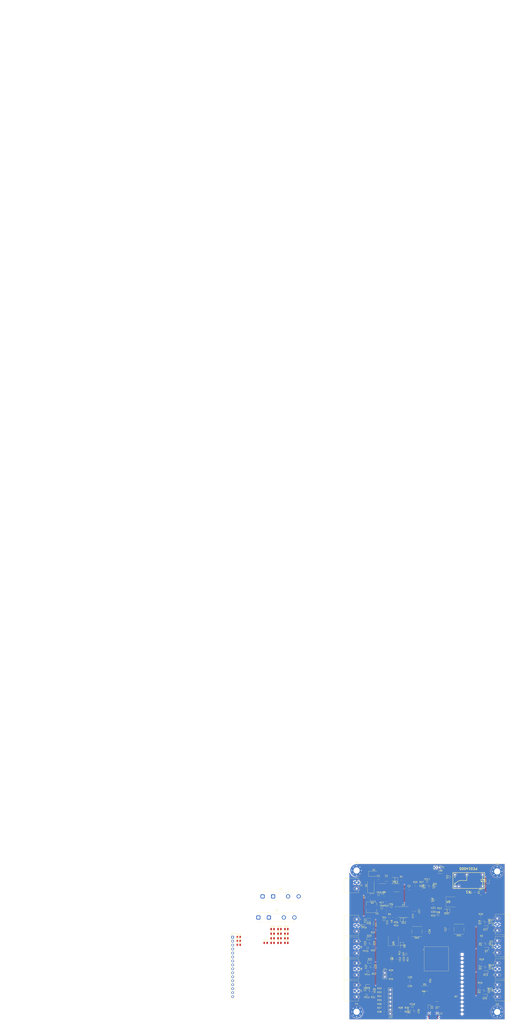
<source format=kicad_pcb>
(kicad_pcb (version 20240108) (generator "pcbnew") (generator_version "8.0")
  (title_block (date "2024-08-10") (comment 1 "Author: Jakub Szczudlo"))
  (layers (0 "F.Cu" signal "1Sig.Cu") (1 "In1.Cu" power "2Gnd.Cu") (2 "In2.Cu" mixed "3Mix.Cu") (31 "B.Cu" signal "4Sig.Cu") (34 "B.Paste" user) (35 "F.Paste" user) (36 "B.SilkS" user "B.Silkscreen") (37 "F.SilkS" user "F.Silkscreen") (38 "B.Mask" user) (39 "F.Mask" user) (44 "Edge.Cuts" user))
  (net 0 "")
  (net 1 "GND")
  (net 2 "+12V")
  (net 3 "+5V")
  (net 4 "+3V3")
  (net 5 "Net-(Q2-B)")
  (net 6 "Net-(Q2-E)")
  (net 7 "Net-(U4-OUT)")
  (net 8 "/sensor_connector5/Vin")
  (net 9 "/sensor_connector6/Vin")
  (net 10 "/sensor_connector7/Vin")
  (net 11 "+12LF")
  (net 12 "/sensor_connector8/Vin")
  (net 13 "/sensor_connector4/Vin")
  (net 14 "/sensor_connector9/Vin")
  (net 15 "/sensor_connector10/Vin")
  (net 16 "/sensor_connector11/Vin")
  (net 17 "Net-(D3-K)")
  (net 18 "Net-(D4-A)")
  (net 19 "+3V3_Sens")
  (net 20 "Net-(D8-K)")
  (net 21 "/sensor_connector5/3.3Vout")
  (net 22 "/sensor_connector6/3.3Vout")
  (net 23 "/sensor_connector7/3.3Vout")
  (net 24 "/sensor_connector8/3.3Vout")
  (net 25 "/sensor_connector4/3.3Vout")
  (net 26 "/sensor_connector9/3.3Vout")
  (net 27 "/sensor_connector10/3.3Vout")
  (net 28 "/sensor_connector11/3.3Vout")
  (net 29 "/USB-")
  (net 30 "/USB+")
  (net 33 "Net-(Q1-G)")
  (net 34 "/ESP32/Relay")
  (net 35 "/ESP32/SENSOR_7")
  (net 36 "/ESP32/SENSOR_6")
  (net 37 "/ESP32/SENSOR_5")
  (net 38 "/ESP32/SENSOR_4")
  (net 39 "/ESP32/SENSOR_8")
  (net 40 "/ESP32/SENSOR_3")
  (net 41 "/ESP32/SENSOR_2")
  (net 42 "/ESP32/SENSOR_1")
  (net 43 "/ESP32/USB_P")
  (net 44 "/ESP32/USB_N")
  (net 45 "Net-(F1-Pad1)")
  (net 46 "Net-(D1-A1)")
  (net 47 "Net-(U2-FILTER)")
  (net 48 "Net-(U5-OUT)")
  (net 49 "Net-(D11-A)")
  (net 50 "/5V_adc1/Output")
  (net 51 "/5V_adc/Output")
  (net 52 "Net-(U6-IO0)")
  (net 53 "Net-(U6-EN)")
  (net 54 "Net-(D2-K)")
  (net 55 "Net-(D3-A)")
  (net 56 "Net-(D5-K)")
  (net 57 "Net-(D9-A)")
  (net 58 "Net-(D10-A)")
  (net 59 "Net-(D11-K)")
  (net 61 "Net-(U3-ADJ)")
  (net 62 "/5V_adc1/Input")
  (net 63 "Net-(R25-Pad2)")
  (net 64 "Net-(R28-Pad2)")
  (net 65 "Net-(J12-Pin_1)")
  (net 66 "Net-(J12-Pin_6)")
  (net 67 "Net-(J12-Pin_7)")
  (net 68 "Net-(J12-Pin_3)")
  (net 69 "Net-(J12-Pin_4)")
  (net 70 "Net-(J12-Pin_2)")
  (net 71 "Net-(J12-Pin_5)")
  (net 72 "Net-(J14-Pin_2)")
  (net 73 "Net-(J14-Pin_1)")
  (net 74 "Net-(U6-IO12)")
  (net 75 "Net-(U6-IO13)")
  (net 76 "Net-(U6-IO14)")
  (net 77 "Net-(U6-IO15)")
  (net 78 "Net-(U6-IO16)")
  (net 79 "Net-(U6-IO17)")
  (net 80 "Net-(U6-IO18)")
  (net 81 "Net-(U6-TXD0)")
  (net 82 "Net-(U6-RXD0)")
  (net 83 "Net-(U6-IO21)")
  (net 84 "Net-(J13-Pin_1)")
  (net 85 "Net-(U6-IO26)")
  (net 86 "Net-(J13-Pin_2)")
  (net 87 "Net-(U6-IO33)")
  (net 88 "Net-(J13-Pin_3)")
  (net 89 "Net-(U6-IO34)")
  (net 90 "Net-(J13-Pin_4)")
  (net 91 "Net-(J13-Pin_5)")
  (net 92 "Net-(U6-IO35)")
  (net 93 "Net-(J13-Pin_6)")
  (net 94 "Net-(U6-IO36)")
  (net 95 "Net-(U6-IO37)")
  (net 96 "Net-(J13-Pin_7)")
  (net 97 "Net-(J13-Pin_8)")
  (net 98 "Net-(U6-IO38)")
  (net 99 "Net-(U6-IO39)")
  (net 100 "Net-(J13-Pin_9)")
  (net 101 "Net-(J13-Pin_10)")
  (net 102 "Net-(U6-IO40)")
  (net 103 "Net-(J13-Pin_11)")
  (net 104 "Net-(U6-IO41)")
  (net 105 "Net-(U6-IO42)")
  (net 106 "Net-(J13-Pin_12)")
  (net 107 "Net-(J13-Pin_13)")
  (net 108 "Net-(U6-IO45)")
  (net 109 "Net-(J13-Pin_14)")
  (net 110 "Net-(U6-IO46)")
  (net 111 "Net-(J13-Pin_15)")
  (net 112 "Net-(U6-IO47)")
  (net 113 "Net-(U6-IO48)")
  (net 114 "Net-(J13-Pin_16)")
  (net 115 "Net-(U4-IN)")
  (net 116 "Net-(U5-IN)")
  (footprint "Package_TO_SOT_SMD:SOT-89-3" (layer "F.Cu") (at 124 45 180)
    (property "Reference" "Q2")
    (property "Value" "BCX56TA")
  )
  (footprint "Resistor_SMD:R_0805_2012Metric_Pad1.20x1.40mm_HandSolder" (layer "F.Cu") (at 124.5 77.5 180)
    (property "Reference" "R23")
    (property "Value" "4.7k 5%")
  )
  (footprint "Diode_SMD:D_SOD-323" (layer "F.Cu") (at 160.5 115.55 -90)
    (property "Reference" "D3")
    (property "Value" "1N5817")
  )
  (footprint "Package_TO_SOT_SMD:SOT-323_SC-70" (layer "F.Cu") (at 194.75 61 90)
    (property "Reference" "D16")
    (property "Value" "BAT54SW")
  )
  (footprint "Fuse:Fuseholder_Clip-5x20mm_Keystone_3517_Inline_P23.11x6.76mm_D1.70mm_Horizontal" (layer "F.Cu") (at 50.93868 57.99868)
    (property "Reference" "F3")
    (property "Value" "Fuse")
  )
  (footprint "Resistor_SMD:R_0805_2012Metric" (layer "F.Cu") (at 145 84.711 -90)
    (property "Reference" "R14")
    (property "Value" "0R")
  )
  (footprint "Resistor_SMD:R_0805_2012Metric" (layer "F.Cu") (at 157 107)
    (property "Reference" "R6")
    (property "Value" "1k 5%")
  )
  (footprint "Resistor_SMD:R_0805_2012Metric" (layer "F.Cu") (at 64.48868 71.32868)
    (property "Reference" "R51")
    (property "Value" "22 5%")
  )
  (footprint "Resistor_SMD:R_0805_2012Metric" (layer "F.Cu") (at 68.89868 71.32868)
    (property "Reference" "R55")
    (property "Value" "22 5%")
  )
  (footprint "TestPoint:TestPoint_Pad_D1.0mm" (layer "F.Cu") (at 130 52)
    (property "Reference" "TP9")
    (property "Value" "TP")
  )
  (footprint "TestPoint:TestPoint_Pad_D1.0mm" (layer "F.Cu") (at 118.55 63.05 180)
    (property "Reference" "TP16")
    (property "Value" "TP")
  )
  (footprint "Resistor_SMD:R_0805_2012Metric_Pad1.20x1.40mm_HandSolder" (layer "F.Cu") (at 124.5 66 180)
    (property "Reference" "R24")
    (property "Value" "4.7k 5%")
  )
  (footprint "Capacitor_SMD:C_Elec_6.3x7.7" (layer "F.Cu") (at 123.5125 51.5 180)
    (property "Reference" "C5")
    (property "Value" "47uF 50V")
  )
  (footprint "Mouser_Parts:LED_1206_3216Metric_JLCPCB_Marking" (layer "F.Cu") (at 143 76.211 -90)
    (property "Reference" "D9")
    (property "Value" "LED_G")
  )
  (footprint "Resistor_SMD:R_0805_2012Metric" (layer "F.Cu") (at 133 48.5)
    (property "Reference" "R17")
    (property "Value" "0R")
  )
  (footprint "TestPoint:TestPoint_Pad_D1.0mm" (layer "F.Cu") (at 121 92.5 180)
    (property "Reference" "TP14")
    (property "Value" "TP")
  )
  (footprint "Diode_SMD:D_SOD-323" (layer "F.Cu") (at 121.275 101.775)
    (property "Reference" "D19")
    (property "Value" "1N5817")
  )
  (footprint "Mouser_Parts:UA78M33IKVURG3" (layer "F.Cu") (at 169 48)
    (property "Reference" "U5")
    (property "Value" "UA78M33IKVURG3" (hide yes))
  )
  (footprint "Resistor_SMD:R_0805_2012Metric" (layer "F.Cu") (at 132.9125 54.5)
    (property "Reference" "R10")
    (property "Value" "232R")
  )
  (footprint "Capacitor_SMD:C_0805_2012Metric" (layer "F.Cu") (at 152 118 -90)
    (property "Reference" "C26")
    (property "Value" "1nF 50V 10%")
  )
  (footprint "Resistor_SMD:R_0805_2012Metric" (layer "F.Cu") (at 68.89868 68.37868)
    (property "Reference" "R54")
    (property "Value" "22 5%")
  )
  (footprint "Resistor_SMD:R_0805_2012Metric_Pad1.20x1.40mm_HandSolder" (layer "F.Cu") (at 193 101.5)
    (property "Reference" "R19")
    (property "Value" "4.7k 5%")
  )
  (footprint "Package_SO:SOIC-8_3.9x4.9mm_P1.27mm" (layer "F.Cu") (at 139.5 39)
    (property "Reference" "U2")
    (property "Value" "ACS712xLCTR-05B")
  )
  (footprint "Capacitor_SMD:C_0805_2012Metric" (layer "F.Cu") (at 172.5 65.5 90)
    (property "Reference" "C27")
    (property "Value" "100nF 50V 10%")
  )
  (footprint "Connector_PinHeader_2.54mm:PinHeader_1x02_P2.54mm_Vertical" (layer "F.Cu") (at 167.04 26 -90)
    (property "Reference" "J3")
    (property "Value" "Conn_01x02")
  )
  (footprint "Package_TO_SOT_SMD:SOT-323_SC-70" (layer "F.Cu") (at 123.55 62.05 -90)
    (property "Reference" "D24")
    (property "Value" "BAT54SW")
  )
  (footprint "TestPoint:TestPoint_Pad_D1.0mm" (layer "F.Cu") (at 200.225 74.95)
    (property "Reference" "TP1")
    (property "Value" "TP")
  )
  (footprint "TestPoint:TestPoint_Pad_D1.0mm" (layer "F.Cu") (at 173.5 32 90)
    (property "Reference" "TP2")
    (property "Value" "TP")
  )
  (footprint "Resistor_SMD:R_0805_2012Metric" (layer "F.Cu") (at 55.66868 74.27868)
    (property "Reference" "R44")
    (property "Value" "22 5%")
  )
  (footprint "Mouser_Parts:LED_1206_3216Metric_JLCPCB_Marking" (layer "F.Cu") (at 138 33.5 180)
    (property "Reference" "D8")
    (property "Value" "LED_G")
  )
  (footprint "Connector_PinHeader_2.54mm:PinHeader_1x07_P2.54mm_Vertical" (layer "F.Cu") (at 135.5 119.625 180)
    (property "Reference" "J12")
    (property "Value" "Conn_01x07")
  )
  (footprint "Capacitor_SMD:C_0805_2012Metric" (layer "F.Cu") (at 148 100.05)
    (property "Reference" "C29")
    (property "Value" "22uF 50V 10%")
  )
  (footprint "Resistor_SMD:R_0805_2012Metric_Pad1.20x1.40mm_HandSolder" (layer "F.Cu") (at 124.5 107.5 180)
    (property "Reference" "R21")
    (property "Value" "4.7k 5%")
  )
  (footprint "Button_Switch_SMD:SW_Push_1P1T_NO_6x6mm_H9.5mm" (layer "F.Cu") (at 179.5 65.5 180)
    (property "Reference" "SW1")
    (property "Value" "SW_Boot")
  )
  (footprint "Resistor_SMD:R_0805_2012Metric" (layer "F.Cu") (at 38.4125 70.5)
    (property "Reference" "R41")
    (property "Value" "22 5%")
  )
  (footprint "Mouser_Parts:LED_1206_3216Metric_JLCPCB_Marking" (layer "F.Cu") (at 171.5 53.71 180)
    (property "Reference" "D10")
    (property "Value" "LED_G")
  )
  (footprint "Capacitor_SMD:C_0805_2012Metric" (layer "F.Cu") (at 161.5 46.71 -90)
    (property "Reference" "C7")
    (property "Value" "4.7uF 25V 10%")
  )
  (footprint "Resistor_SMD:R_0805_2012Metric" (layer "F.Cu") (at 64.48868 68.37868)
    (property "Reference" "R50")
    (property "Value" "22 5%")
  )
  (footprint "TestPoint:TestPoint_Pad_D1.0mm" (layer "F.Cu") (at 159 35)
    (property "Reference" "TP17")
    (property "Value" "TP")
  )
  (footprint "Capacitor_SMD:C_0805_2012Metric" (layer "F.Cu") (at 164 46.71 90)
    (property "Reference" "C10")
    (property "Value" "100nF 50V 10%")
  )
  (footprint "Capacitor_SMD:C_0805_2012Metric" (layer "F.Cu") (at 161.5 38.05 -90)
    (property "Reference" "C25")
    (property "Value" "1nF 50V 10%")
  )
  (footprint "Capacitor_SMD:C_0805_2012Metric" (layer "F.Cu") (at 121.05 62.05 90)
    (property "Reference" "C24")
    (property "Value" "10nF 50V 10%")
  )
  (footprint "Capacitor_SMD:C_0805_2012Metric" (layer "F.Cu") (at 152.415 53.975 -90)
    (property "Reference" "C17")
    (property "Value" "4.7uF 25V 10%")
  )
  (footprint "Resistor_SMD:R_0805_2012Metric" (layer "F.Cu") (at 155.5 37)
    (property "Reference" "R27")
    (property "Value" "10k 0.1%")
  )
  (footprint "Capacitor_SMD:C_0805_2012Metric" (layer "F.Cu") (at 196.85 105.05 -90)
    (property "Reference" "C19")
    (property "Value" "10nF 50V 10%")
  )
  (footprint "Capacitor_SMD:C_0805_2012Metric" (layer "F.Cu") (at 148.05 98)
    (property "Reference" "C30")
    (property "Value" "100nF 50V 10%")
  )
  (footprint "Resistor_SMD:R_0805_2012Metric" (layer "F.Cu") (at 60.07868 65.42868)
    (property "Reference" "R45")
    (property "Value" "22 5%")
  )
  (footprint "Diode_SMD:D_SOD-323" (layer "F.Cu") (at 122 71.5)
    (property "Reference" "D23")
    (property "Value" "1N5817")
  )
  (footprint "Capacitor_SMD:C_0805_2012Metric" (layer "F.Cu") (at 140 84.711 -90)
    (property "Reference" "C12")
    (property "Value" "100nF 50V 10%")
  )
  (footprint "MountingHole:MountingHole_4mm_Pad_Via" (layer "F.Cu") (at 204 118.5)
    (property "Reference" "H3")
    (property "Value" "MountingHole")
  )
  (footprint "Mouser_Parts:LED_1206_3216Metric_JLCPCB_Marking" (layer "F.Cu") (at 144.175 59.475)
    (property "Reference" "D11")
    (property "Value" "LED_G")
  )
  (footprint "Resistor_SMD:R_0805_2012Metric" (layer "F.Cu") (at 139.175 59.475 180)
    (property "Reference" "R16")
    (property "Value" "1k 5%")
  )
  (footprint "Fuse:Fuseholder_Clip-5x20mm_Keystone_3517_Inline_P23.11x6.76mm_D1.70mm_Horizontal" (layer "F.Cu") (at 53.65 44.5)
    (property "Reference" "F2")
    (property "Value" "Fuse")
  )
  (footprint "Resistor_SMD:R_0805_2012Metric_Pad1.20x1.40mm_HandSolder" (layer "F.Cu") (at 194 86.5)
    (property "Reference" "R18")
    (property "Value" "4.7k 5%")
  )
  (footprint "Resistor_SMD:R_0805_2012Metric" (layer "F.Cu") (at 131.5875 114.465)
    (property "Reference" "R36")
    (property "Value" "22 5%")
  )
  (footprint "TestPoint:TestPoint_Pad_D1.0mm" (layer "F.Cu") (at 128 43.5)
    (property "Reference" "TP3")
    (property "Value" "TP")
  )
  (footprint "Resistor_SMD:R_0805_2012Metric_Pad1.20x1.40mm_HandSolder" (layer "F.Cu") (at 125 92.5 180)
    (property "Reference" "R22")
    (property "Value" "4.7k 5%")
  )
  (footprint "Resistor_SMD:R_0805_2012Metric" (layer "F.Cu") (at 131.5875 116.965)
    (property "Reference" "R37")
    (property "Value" "22 5%")
  )
  (footprint "Package_TO_SOT_SMD:SOT-323_SC-70" (layer "F.Cu") (at 124 89.5 -90)
    (property "Reference" "D20")
    (property "Value" "BAT54SW")
  )
  (footprint "Button_Switch_SMD:SW_Push_1P1T_NO_6x6mm_H9.5mm" (layer "F.Cu") (at 152.5 67 180)
    (property "Reference" "SW2")
    (property "Value" "SW_Enable")
  )
  (footprint "Connector_Phoenix_MC:PhoenixContact_MC_1,5_3-G-3.81_1x03_P3.81mm_Horizontal" (layer "F.Cu") (at 204.0675 108.755 90)
    (property "Reference" "J8")
    (property "Value" "Conn_01x03")
  )
  (footprint "Resistor_SMD:R_0805_2012Metric" (layer "F.Cu") (at 143 80.6235 90)
    (property "Reference" "R11")
    (property "Value" "1k 5%")
  )
  (footprint "Resistor_SMD:R_0805_2012Metric" (layer "F.Cu") (at 60.07868 71.32868)
    (property "Reference" "R47")
    (property "Value" "22 5%")
  )
  (footprint "Diode_SMD:D_SMA" (layer "F.Cu") (at 125 30)
    (property "Reference" "D1")
    (property "Value" "TGL34")
  )
  (footprint "Diode_SMD:D_SMB_Handsoldering" (layer "F.Cu") (at 123 37.5 90)
    (property "Reference" "D2")
    (property "Value" "SK26-DIO")
  )
  (footprint "Resistor_SMD:R_0805_2012Metric" (layer "F.Cu") (at 131.5875 109.465)
    (property "Reference" "R34")
    (property "Value" "22 5%")
  )
  (footprint "Resistor_SMD:R_0805_2012Metric" (layer "F.Cu") (at 131.5 119.465)
    (property "Reference" "R38")
    (property "Value" "22 5%")
  )
  (footprint "RF_Module:ESP32-S2-MINI-1U" (layer "F.Cu") (at 165 84.5)
    (property "Reference" "U6" (hide yes))
    (property "Value" "ESP32-S3-MINI-1U")
  )
  (footprint "Resistor_SMD:R_0805_2012Metric" (layer "F.Cu") (at 60.07868 74.27868)
    (property "Reference" "R48")
    (property "Value" "22 5%")
  )
  (footprint "Connector_Phoenix_MC:PhoenixContact_MC_1,5_3-G-3.81_1x03_P3.81mm_Horizontal" (layer "F.Cu") (at 113.9325 59.245 -90)
    (property "Reference" "J4")
    (property "Value" "Conn_01x03")
  )
  (footprint "Connector_Phoenix_MC:PhoenixContact_MC_1,5_3-G-3.81_1x03_P3.81mm_Horizontal" (layer "F.Cu") (at 204.0675 94.755 90)
    (property "Reference" "J9")
    (property "Value" "Conn_01x03")
  )
  (footprint "Connector_USB:USB_Micro-B_Amphenol_10118194_Horizontal" (layer "F.Cu") (at 163 120.7)
    (property "Reference" "J2")
    (property "Value" "USB_B_Micro")
  )
  (footprint "Package_TO_SOT_SMD:SOT-323_SC-70" (layer "F.Cu") (at 194.35 105 90)
    (property "Reference" "D14")
    (property "Value" "BAT54SW")
  )
  (footprint "TestPoint:TestPoint_Pad_D1.0mm" (layer "F.Cu") (at 199.35 105)
    (property "Reference" "TP11")
    (property "Value" "TP")
  )
  (footprint "Capacitor_SMD:C_0805_2012Metric" (layer "F.Cu") (at 120.825 104.825 90)
    (property "Reference" "C21")
    (property "Value" "10nF 50V 10%")
  )
  (footprint "Mouser_Parts:UA78M33IKVURG3" (layer "F.Cu") (at 137.5 78.211 90)
    (property "Reference" "U4")
    (property "Value" "UA78M33IKVURG3" (hide yes))
  )
  (footprint "Resistor_SMD:R_0805_2012Metric" (layer "F.Cu") (at 60.07868 68.37868)
    (property "Reference" "R46")
    (property "Value" "22 5%")
  )
  (footprint "Resistor_SMD:R_0805_2012Metric" (layer "F.Cu") (at 188.625 41.95 90)
    (property "Reference" "R1")
    (property "Value" "1k 5%")
  )
  (footprint "Package_TO_SOT_SMD:SOT-323_SC-70" (layer "F.Cu") (at 159 38 90)
    (property "Reference" "D26")
    (property "Value" "BAT54SW")
  )
  (footprint "Resistor_SMD:R_0805_2012Metric" (layer "F.Cu") (at 131.5875 106.965)
    (property "Reference" "R33")
    (property "Value" "22 5%")
  )
  (footprint "Capacitor_SMD:C_0805_2012Metric" (layer "F.Cu") (at 163 50.21 180)
    (property "Reference" "C13")
    (property "Value" "100nF 50V 10%")
  )
  (footprint "TestPoint:TestPoint_Pad_D1.0mm" (layer "F.Cu") (at 166 56.21)
    (property "Reference" "TP8")
    (property "Value" "TP")
  )
  (footprint "Resistor_SMD:R_0805_2012Metric" (layer "F.Cu") (at 159.5 98.4125 -90)
    (property "Reference" "R31")
    (property "Value" "10k 5%")
  )
  (footprint "Resistor_SMD:R_0805_2012Metric" (layer "F.Cu") (at 146 120)
    (property "Reference" "R29")
    (property "Value" "47k 0.1%")
  )
  (footprint "Package_TO_SOT_SMD:SOT-323_SC-70" (layer "F.Cu") (at 123.325 104.825 -90)
    (property "Reference" "D18")
    (property "Value" "BAT54SW")
  )
  (footprint "TestPoint:TestPoint_Pad_D1.0mm" (layer "F.Cu") (at 131.5 59.5)
    (property "Reference" "TP4")
    (property "Value" "TP")
  )
  (footprint "Diode_SMD:D_SOD-323" (layer "F.Cu") (at 196.5 92.95 180)
    (property "Reference" "D13")
    (property "Value" "1N5817")
  )
  (footprint "Resistor_SMD:R_0805_2012Metric" (layer "F.Cu") (at 142.0875 117.5)
    (property "Reference" "R28")
    (property "Value" "33k 0.1%")
  )
  (footprint "Resistor_SMD:R_0805_2012Metric" (layer "F.Cu") (at 151.5 37)
    (property "Reference" "R25")
    (property "Value" "33k 0.1%")
  )
  (footprint "Diode_SMD:D_SOD-323" (layer "F.Cu") (at 197 77.95 180)
    (property "Reference" "D7")
    (property "Value" "1N5817")
  )
  (footprint "Resistor_SMD:R_0805_2012Metric" (layer "F.Cu") (at 135.9125 93.5)
    (property "Reference" "R39")
    (property "Value" "22 5%")
  )
  (footprint "Connector_PinHeader_2.54mm:PinHeader_1x16_P2.54mm_Vertical" (layer "F.Cu") (at 34.5 70.6)
    (property "Reference" "J13")
    (property "Value" "Conn_01x16")
  )
  (footprint "Connector_Phoenix_MC:PhoenixContact_MC_1,5_3-G-3.81_1x03_P3.81mm_Horizontal" (layer "F.Cu") (at 204 80.5 90)
    (property "Reference" "J10")
    (property "Value" "Conn_01x03")
  )
  (footprint "Connector_Phoenix_MC:PhoenixContact_MC_1,5_3-G-3.81_1x03_P3.81mm_Horizontal" (layer "F.Cu") (at 113.9325 73.245 -90)
    (property "Reference" "J5")
    (property "Value" "Conn_01x03")
  )
  (footprint "Package_TO_SOT_SMD:SOT-23" (layer "F.Cu") (at 193.5625 42)
    (property "Reference" "Q1")
    (property "Value" "SSM3K72KFS,LF")
  )
  (footprint "Capacitor_SMD:C_0805_2012Metric" (layer "F.Cu") (at 147.5 39.5)
    (property "Reference" "C2")
    (property "Value" "1nF 50V 10%")
  )
  (footprint "Resistor_SMD:R_0805_2012Metric" (layer "F.Cu") (at 64.48868 65.42868)
    (property "Reference" "R49")
    (property "Value" "22 5%")
  )
  (footprint "Package_TO_SOT_SMD:TO-252-2" (layer "F.Cu") (at 143.915 54.475)
    (property "Reference" "U3")
    (property "Value" "LM317_TO-252")
  )
  (footprint "Diode_SMD:D_0805_2012Metric_Pad1.15x1.40mm_HandSolder" (layer "F.Cu") (at 198 34.5 90)
    (property "Reference" "D4")
    (property "Value" "LL4148")
  )
  (footprint "Connector_Phoenix_MC:PhoenixContact_MC_1,5_3-G-3.81_1x03_P3.81mm_Horizontal" (layer "F.Cu") (at 113.9325 101.245 -90)
    (property "Reference" "J7")
    (property "Value" "Conn_01x03")
  )
  (footprint "Resistor_SMD:R_0805_2012Metric" (layer "F.Cu") (at 190.625 41.95 -90)
    (property "Reference" "R2")
    (property "Value" "10k 5%")
  )
  (footprint "Resistor_SMD:R_0805_2012Metric" (layer "F.Cu") (at 132.9125 52 180)
    (property "Reference" "R9")
    (property "Value" "75 1%")
  )
  (footprint "Capacitor_SMD:C_0805_2012Metric" (layer "F.Cu") (at 136.175 57.925 90)
    (property "Reference" "C11")
    (property "Value" "100nF 50V 10%")
  )
  (footprint "Resistor_SMD:R_0805_2012Metric" (layer "F.Cu") (at 38.4125 73)
    (property "Reference" "R42")
    (property "Value" "22 5%")
  )
  (footprint "Connector_Phoenix_MC:PhoenixContact_MC_1,5_3-G-3.81_1x03_P3.81mm_Horizontal" (layer "F.Cu") (at 113.9325 87.245 -90)
    (property "Reference" "J6")
    (property "Value" "Conn_01x03")
  )
  (footprint "Capacitor_SMD:C_0805_2012Metric" (layer "F.Cu") (at 197.25 60.95 -90)
    (property "Reference" "C20")
    (property "Value" "10nF 50V 10%")
  )
  (footprint "Resistor_SMD:R_0805_2012Metric" (layer "F.Cu") (at 68.89868 74.27868)
    (property "Reference" "R56")
    (property "Value" "22 5%")
  )
  (footprint "Diode_SMD:D_SOD-323" (layer "F.Cu") (at 168 29)
    (property "Reference" "D5")
    (property "Value" "1N5817")
  )
  (footprint "Package_TO_SOT_SMD:SOT-323_SC-70" (layer "F.Cu") (at 123.5 74.5 -90)
    (property "Reference" "D22")
    (property "Value" "BAT54SW")
  )
  (footprint "Diode_SMD:D_SOD-323" (layer "F.Cu") (at 196.5 64 180)
    (property "Reference" "D17")
    (property "Value" "1N5817")
  )
  (footprint "Resistor_SMD:R_0805_2012Metric" (layer "F.Cu") (at 163 55.21 180)
    (property "Reference" "R15")
    (property "Value" "0R")
  )
  (footprint "TestPoint:TestPoint_Pad_D1.0mm" (layer "F.Cu") (at 121 77.5 180)
    (property "Reference" "TP15")
    (property "Value" "TP")
  )
  (footprint "Resistor_SMD:R_0805_2012Metric" (layer "F.Cu") (at 131.5875 104.465)
    (property "Reference" "R32")
    (property "Value" "22 5%")
  )
  (footprint "Capacitor_SMD:C_0805_2012Metric" (layer "F.Cu") (at 159 67 -90)
    (property "Reference" "C28")
    (property "Value" "100nF 50V 10%")
  )
  (footprint "Resistor_SMD:R_0805_2012Metric_Pad1.20x1.40mm_HandSolder" (layer "F.Cu") (at 194 71.5)
    (property "Reference" "R3")
    (property "Value" "4.7k 5%")
  )
  (footprint "Connector_Phoenix_MC:PhoenixContact_MC_1,5_3-G-3.81_1x03_P3.81mm_Horizontal" (layer "F.Cu") (at 204.0675 66.255 90)
    (property "Reference" "J11")
    (property "Value" "Conn_01x03")
  )
  (footprint "Resistor_SMD:R_0805_2012Metric" (layer "F.Cu") (at 167 53.71)
    (property "Reference" "R12")
    (property "Value" "1k 5%")
  )
  (footprint "Connector_Phoenix_MC:PhoenixContact_MC_1,5_2-G-3.81_1x02_P3.81mm_Horizontal" (layer "F.Cu") (at 113.9325 35.65 -90)
    (property "Reference" "J1")
    (property "Value" "Conn_01x02")
  )
  (footprint "Resistor_SMD:R_2512_6332Metric" (layer "F.Cu") (at 157.5 103.5)
    (property "Reference" "R5")
    (property "Value" "DNF")
  )
  (footprint "MountingHole:MountingHole_4mm_Pad_Via" (layer "F.Cu") (at 113.87868 118.37868)
    (property "Reference" "H4")
    (property "Value" "MountingHole")
  )
  (footprint "TestPoint:TestPoint_Pad_D1.0mm" (layer "F.Cu") (at 200 89.95)
    (property "Reference" "TP10")
    (property "Value" "TP")
  )
  (footprint "Capacitor_SMD:C_0805_2012Metric" (layer "F.Cu") (at 163 52.71 180)
    (property "Reference" "C16")
    (property "Value" "4.7uF 25V 10%")
  )
  (footprint "TestPoint:TestPoint_Pad_D1.0mm" (layer "F.Cu") (at 136 51)
    (property "Reference" "TP6")
    (property "Value" "TP")
  )
  (footprint "Capacitor_SMD:C_0805_2012Metric" (layer "F.Cu") (at 133.675 57.925 -90)
    (property "Reference" "C8")
    (property "Value" "4.7uF 25V 10%")
  )
  (footprint "Capacitor_SMD:C_0805_2012Metric" (layer "F.Cu") (at 136.45 83.161 180)
    (property "Reference" "C9")
    (property "Value" "100nF 50V 10%")
  )
  (footprint "Capacitor_SMD:C_0805_2012Metric" (layer "F.Cu") (at 127.95 33)
    (property "Reference" "C1")
    (property "Value" "100nF 50V 10%")
  )
  (footprint "Resistor_SMD:R_0805_2012Metric" (layer "F.Cu") (at 120.5 45 90)
    (property "Reference" "R7")
    (property "Value" "DNF")
  )
  (footprint "TestPoint:TestPoint_Pad_D1.0mm" (layer "F.Cu") (at 149.5 115)
    (property "Reference" "TP18")
    (property "Value" "TP")
  )
  (footprint "Capacitor_SMD:C_0805_2012Metric" (layer "F.Cu") (at 121.5 89.5 90)
    (property "Reference" "C22")
    (property "Value" "10nF 50V 10%")
  )
  (footprint "TestPoint:TestPoint_Pad_D1.0mm" (layer "F.Cu") (at 164 38)
    (property "Reference" "TP5")
    (property "Value" "TP")
  )
  (footprint "Diode_SMD:D_SOD-323" (layer "F.Cu") (at 196 108 180)
    (property "Reference" "D15")
    (property "Value" "1N5817")
  )
  (footprint "Resistor_SMD:R_0805_2012Metric" (layer "F.Cu") (at 131.5875 111.965)
    (property "Reference" "R35")
    (property "Value" "22 5%")
  )
  (footprint "TestPoint:TestPoint_Pad_D1.0mm" (layer "F.Cu") (at 145.5 81.5 90)
    (property "Reference" "TP7")
    (property "Value" "TP")
  )
  (footprint "Resistor_SMD:R_0805_2012Metric" (layer "F.Cu") (at 38.4125 75.5)
    (property "Reference" "R43")
    (property "Value" "22 5%")
  )
  (footprint "Resistor_SMD:R_0805_2012Metric" (layer "F.Cu") (at 131.5 43.5)
    (property "Reference" "R8")
    (property "Value" "0R")
  )
  (footprint "Resistor_SMD:R_0805_2012Metric" (layer "F.Cu") (at 155.5 39.5)
    (property "Reference" "R26")
    (property "Value" "47k 0.1%")
  )
  (footprint "Package_TO_SOT_SMD:SOT-323_SC-70" (layer "F.Cu") (at 195 89.95 90)
    (property "Reference" "D12")
    (property "Value" "BAT54SW")
  )
  (footprint "Resistor_SMD:R_0805_2012Metric_Pad1.20x1.40mm_HandSolder" (layer "F.Cu") (at 193.5 57.5)
    (property "Reference" "R20")
    (property "Value" "4.7k 5%")
  )
  (footprint "Fuse:Fuse_2920_7451Metric" (layer "F.Cu") (at 130.5 39 180)
    (property "Reference" "F1")
    (property "Value" "2A")
  )
  (footprint "w_relay:relay_pe_hf" (layer "F.Cu") (at 194.66 30.5 180)
    (property "Reference" "K1")
    (property "Value" "PE014005")
  )
  (footprint "Capacitor_SMD:C_0805_2012Metric" (layer "F.Cu") (at 142.5 84.661 -90)
    (property "Reference" "C15")
    (property "Value" "4.7uF 25V 10%")
  )
  (footprint "Resistor_SMD:R_0805_2012Metric" (layer "F.Cu") (at 135.9125 96)
    (property "Reference" "R40")
    (property "Value" "22 5%")
  )
  (footprint "Resistor_SMD:R_0805_2012Metric" (layer "F.Cu") (at 142.5 33.5)
    (property "Reference" "R4")
    (property "Value" "1k 5%")
  )
  (footprint "Resistor_SMD:R_0805_2012Metric" (layer "F.Cu") (at 68.89868 65.42868)
    (property "Reference" "R53")
    (property "Value" "22 5%")
  )
  (footprint "Capacitor_SMD:C_0805_2012Metric" (layer "F.Cu") (at 197.5 89.95 -90)
    (property "Reference" "C18")
    (property "Value" "10nF 50V 10%")
  )
  (footprint "Capacitor_SMD:C_0805_2012Metric" (layer "F.Cu") (at 197.725 74.95 -90)
    (property "Reference" "C3")
    (property "Value" "10nF 50V 10%")
  )
  (footprint "Capacitor_SMD:C_0805_2012Metric" (layer "F.Cu") (at 136.5 85.661)
    (property "Reference" "C6")
    (property "Value" "4.7uF 25V 10%")
  )
  (footprint "Connector_PinHeader_2.54mm:PinHeader_1x02_P2.54mm_Vertical" (layer "F.Cu") (at 132 93.5)
    (property "Reference" "J14")
    (property "Value" "Conn_01x02")
  )
  (footprint "Capacitor_SMD:C_1210_3225Metric" (layer "F.Cu") (at 133 33.5)
    (property "Reference" "C4")
    (property "Value" "22uF 16V 10%")
  )
  (footprint "MountingHole:MountingHole_4mm_Pad_Via" (layer "F.Cu") (at 113.87868 27.87868)
    (property "Reference" "H2")
    (property "Value" "MountingHole")
  )
  (footprint "Resistor_SMD:R_0805_2012Metric" (layer "F.Cu") (at 64.48868 74.27868)
    (property "Reference" "R52")
    (property "Value" "22 5%")
  )
  (footprint "Package_TO_SOT_SMD:SOT-323_SC-70" (layer "F.Cu") (at 149.5 118 90)
    (property "Reference" "D27")
    (property "Value" "BAT54SW")
  )
  (footprint "Package_TO_SOT_SMD:SC-74-6_1.55x2.9mm_P0.95mm" (layer "F.Cu") (at 165.35 113.45 180)
    (property "Reference" "U1")
    (property "Value" "IP4234CZ6")
  )
  (footprint "TestPoint:TestPoint_Pad_D1.0mm" (layer "F.Cu") (at 199.75 61)
    (property "Reference" "TP12")
    (property "Value" "TP")
  )
  (footprint "TestPoint:TestPoint_Pad_D1.0mm" (layer "F.Cu") (at 120.275 107.775 180)
    (property "Reference" "TP13")
    (property "Value" "TP")
  )
  (footprint "Diode_SMD:D_SOD-323" (layer "F.Cu") (at 122 59.5)
    (property "Reference" "D25")
    (property "Value" "1N5817")
  )
  (footprint "Capacitor_SMD:C_0805_2012Metric" (layer "F.Cu") (at 150.175 53.975 -90)
    (property "Reference" "C14")
    (property "Value" "100nF 50V 10%")
  )
  (footprint "MountingHole:MountingHole_4mm_Pad_Via" (layer "F.Cu") (at 204 28.5)
    (property "Reference" "H1")
    (property "Value" "MountingHole")
  )
  (footprint "Resistor_SMD:R_0805_2012Metric" (layer "F.Cu") (at 139.175 61.475 180)
    (property "Reference" "R13")
    (property "Value" "1k 5%")
  )
  (footprint "Capacitor_SMD:C_0805_2012Metric" (layer "F.Cu") (at 121 74.55 90)
    (property "Reference" "C23")
    (property "Value" "10nF 50V 10%")
  )
  (footprint "Package_TO_SOT_SMD:SOT-323_SC-70" (layer "F.Cu") (at 195.225 74.95 90)
    (property "Reference" "D6")
    (property "Value" "BAT54SW")
  )
  (footprint "Resistor_SMD:R_0805_2012Metric" (layer "F.Cu") (at 146.0875 117.5)
    (property "Reference" "R30")
    (property "Value" "10k 0.1%")
  )
  (footprint "Diode_SMD:D_SOD-323" (layer "F.Cu") (at 122.5 86.5)
    (property "Reference" "D21")
    (property "Value" "1N5817")
  )
  (gr_line (start 209 123.5) (end 109 123.5) (stroke (width 0.1)) (layer "Edge.Cuts"))
  (gr_line (start 209 23.5) (end 209 123.5) (stroke (width 0.1)) (layer "Edge.Cuts"))
  (gr_line (start 109 123.5) (end 109 23.5) (stroke (width 0.1)) (layer "Edge.Cuts"))
  (gr_line (start 109 23.5) (end 209 23.5) (stroke (width 0.1)) (layer "Edge.Cuts"))
  (gr_text "U6" (at 177.53 108.5875 180) (layer "F.SilkS") (effects (font (size 1 1))))
  (segment (start 184.5 30.5) (end 182.5 28.5) (width 0.5) (layer "F.Cu") (net 0))
  (segment (start 169.55 28.5) (end 169.05 29) (width 0.5) (layer "F.Cu") (net 0))
  (segment (start 182.5 28.5) (end 169.55 28.5) (width 0.5) (layer "F.Cu") (net 0))
  (segment (start 174.775 63) (end 175.025 63.25) (width 0.3048) (layer "F.Cu") (net 1))
  (segment (start 159 67.95) (end 157.775 67.95) (width 0.3048) (layer "F.Cu") (net 1))
  (segment (start 157.775 67.95) (end 156.475 69.25) (width 0.3048) (layer "F.Cu") (net 1))
  (segment (start 172.5 64.55) (end 172.5 63) (width 0.3048) (layer "F.Cu") (net 1))
  (segment (start 138.2625 61.475) (end 138.2625 59.475) (width 0.3048) (layer "F.Cu") (net 1))
  (segment (start 172.5 63) (end 174.775 63) (width 0.3048) (layer "F.Cu") (net 1))
  (segment (start 176.88 30.5) (end 173.5 30.5) (width 0.5) (layer "F.Cu") (net 2))
  (segment (start 156.0875 107) (end 156.0875 106.0875) (width 0.5) (layer "F.Cu") (net 2))
  (segment (start 125.8625 45) (end 132.93 45) (width 0.5) (layer "F.Cu") (net 2))
  (segment (start 137.025 40.905) (end 137.025 39.635) (width 0.3048) (layer "F.Cu") (net 2))
  (segment (start 173.5 30.5) (end 139.6 30.5) (width 0.5) (layer "F.Cu") (net 2))
  (segment (start 156.0875 106.0875) (end 154.5375 104.5375) (width 0.5) (layer "F.Cu") (net 2))
  (segment (start 132.93 45) (end 137.025 40.905) (width 0.5) (layer "F.Cu") (net 2))
  (segment (start 136.6 33.6) (end 136.6 33.5) (width 0.3048) (layer "F.Cu") (net 2))
  (segment (start 139 39.5) (end 139 36) (width 0.3048) (layer "F.Cu") (net 2))
  (segment (start 139 36) (end 136.6 33.6) (width 0.3048) (layer "F.Cu") (net 2))
  (segment (start 137.025 39.635) (end 138.865 39.635) (width 0.3048) (layer "F.Cu") (net 2))
  (segment (start 173.5 32) (end 173.5 30.5) (width 0.5) (layer "F.Cu") (net 2))
  (segment (start 138.865 39.635) (end 139 39.5) (width 0.3048) (layer "F.Cu") (net 2))
  (segment (start 126.5 45) (end 125.8625 45) (width 0.5) (layer "F.Cu") (net 2))
  (segment (start 136.6 33.5) (end 134.475 33.5) (width 0.3048) (layer "F.Cu") (net 2))
  (segment (start 139.6 30.5) (end 136.6 33.5) (width 0.5) (layer "F.Cu") (net 2))
  (segment (start 144.5 37) (end 142.07 37) (width 0.3048) (layer "F.Cu") (net 3))
  (segment (start 198 38) (end 194.78 38) (width 0.3048) (layer "F.Cu") (net 3))
  (segment (start 142.07 37) (end 141.975 37.095) (width 0.3048) (layer "F.Cu") (net 3))
  (segment (start 198 35.525) (end 198 38) (width 0.3048) (layer "F.Cu") (net 3))
  (segment (start 194.78 38) (end 194.66 38.12) (width 0.3048) (layer "F.Cu") (net 3))
  (segment (start 133.9125 48.5) (end 144.5 48.5) (width 0.3048) (layer "F.Cu") (net 3))
  (via (at 144.5 37) (size 0.6) (drill 0.3) (layers "F.Cu" "B.Cu") (net 3))
  (via (at 144.5 48.5) (size 0.6) (drill 0.3) (layers "F.Cu" "B.Cu") (net 3))
  (segment (start 144.5 48.5) (end 144.5 37) (width 0.3048) (layer "B.Cu") (net 3))
  (segment (start 147 100) (end 146.95 100.05) (width 0.3048) (layer "F.Cu") (net 4))
  (segment (start 126.05 51.1) (end 126.05 46.6) (width 0.5) (layer "F.Cu") (net 5))
  (segment (start 121.0875 46.5) (end 120.5 45.9125) (width 0.5) (layer "F.Cu") (net 5))
  (segment (start 125.95 46.5) (end 121.0875 46.5) (width 0.5) (layer "F.Cu") (net 5))
  (segment (start 126.05 46.6) (end 125.95 46.5) (width 0.5) (layer "F.Cu") (net 5))
  (segment (start 128 43.5) (end 125.95 43.5) (width 0.5) (layer "F.Cu") (net 6))
  (segment (start 125.95 43.5) (end 121.0875 43.5) (width 0.5) (layer "F.Cu") (net 6))
  (segment (start 118.5 57) (end 133.65 57) (width 0.3048) (layer "F.Cu") (net 6))
  (segment (start 138.875 56.755) (end 136.395 56.755) (width 0.3048) (layer "F.Cu") (net 6))
  (segment (start 120.4125 44) (end 118.5 44) (width 0.3048) (layer "F.Cu") (net 6))
  (segment (start 120.5 44.0875) (end 120.4125 44) (width 0.3048) (layer "F.Cu") (net 6))
  (segment (start 121.0875 43.5) (end 120.5 44.0875) (width 0.5) (layer "F.Cu") (net 6))
  (segment (start 133.65 57) (end 133.675 56.975) (width 0.3048) (layer "F.Cu") (net 6))
  (segment (start 136.395 56.755) (end 136.175 56.975) (width 0.3048) (layer "F.Cu") (net 6))
  (segment (start 130.5875 43.5) (end 128 43.5) (width 0.5) (layer "F.Cu") (net 6))
  (segment (start 136.175 56.975) (end 133.675 56.975) (width 0.3048) (layer "F.Cu") (net 6))
  (via (at 118.5 44) (size 0.6) (drill 0.3) (layers "F.Cu" "B.Cu") (net 6))
  (via (at 118.5 57) (size 0.6) (drill 0.3) (layers "F.Cu" "B.Cu") (net 6))
  (segment (start 118.5 44) (end 118.5 57) (width 0.3048) (layer "B.Cu") (net 6))
  (segment (start 145 83.7985) (end 142.5875 83.7985) (width 0.3048) (layer "F.Cu") (net 7))
  (segment (start 143 83.211) (end 142.5 83.711) (width 0.3048) (layer "F.Cu") (net 7))
  (segment (start 143 81.536) (end 143 83.211) (width 0.3048) (layer "F.Cu") (net 7))
  (segment (start 142.5875 83.7985) (end 142.5 83.711) (width 0.3048) (layer "F.Cu") (net 7))
  (segment (start 140 83.761) (end 140 78.421) (width 0.3048) (layer "F.Cu") (net 7))
  (segment (start 140.05 83.711) (end 140 83.761) (width 0.3048) (layer "F.Cu") (net 7))
  (segment (start 140 78.421) (end 139.79 78.211) (width 0.3048) (layer "F.Cu") (net 7))
  (segment (start 142.5 83.711) (end 140.05 83.711) (width 0.3048) (layer "F.Cu") (net 7))
  (segment (start 197.725 74) (end 195.275 74) (width 0.2) (layer "F.Cu") (net 8))
  (segment (start 195.225 73.95) (end 195.225 71.95) (width 0.2) (layer "F.Cu") (net 8))
  (segment (start 204 72.88) (end 198.845 72.88) (width 0.3048) (layer "F.Cu") (net 8))
  (segment (start 198.845 72.88) (end 197.725 74) (width 0.3048) (layer "F.Cu") (net 8))
  (segment (start 195.275 74) (end 195.225 73.95) (width 0.2) (layer "F.Cu") (net 8))
  (segment (start 199.275 74) (end 200.225 74.95) (width 0.3048) (layer "F.Cu") (net 8))
  (segment (start 197.725 74) (end 199.275 74) (width 0.3048) (layer "F.Cu") (net 8))
  (segment (start 199.365 87.135) (end 204.0675 87.135) (width 0.3048) (layer "F.Cu") (net 9))
  (segment (start 197.5 89) (end 195.05 89) (width 0.2) (layer "F.Cu") (net 9))
  (segment (start 195 88.95) (end 195 86.95) (width 0.2) (layer "F.Cu") (net 9))
  (segment (start 195.05 89) (end 195 88.95) (width 0.2) (layer "F.Cu") (net 9))
  (segment (start 197.5 89) (end 199.365 87.135) (width 0.3048) (layer "F.Cu") (net 9))
  (segment (start 200 89.95) (end 199.05 89) (width 0.3048) (layer "F.Cu") (net 9))
  (segment (start 199.05 89) (end 197.5 89) (width 0.3048) (layer "F.Cu") (net 9))
  (segment (start 197.75 105) (end 196.85 104.1) (width 0.3048) (layer "F.Cu") (net 10))
  (segment (start 196.85 104.1) (end 194.45 104.1) (width 0.2) (layer "F.Cu") (net 10))
  (segment (start 199.815 101.135) (end 196.85 104.1) (width 0.3048) (layer "F.Cu") (net 10))
  (segment (start 194.45 104.1) (end 194.35 104) (width 0.2) (layer "F.Cu") (net 10))
  (segment (start 199.35 105) (end 197.75 105) (width 0.3048) (layer "F.Cu") (net 10))
  (segment (start 194.35 104) (end 194.35 102) (width 0.2) (layer "F.Cu") (net 10))
  (segment (start 204.0675 101.135) (end 199.815 101.135) (width 0.3048) (layer "F.Cu") (net 10))
  (segment (start 113.9325 108.865) (end 114.9825 108.865) (width 0.3048) (layer "F.Cu") (net 12))
  (segment (start 120.825 105.775) (end 118.0725 105.775) (width 0.3048) (layer "F.Cu") (net 12))
  (segment (start 123.325 107.325) (end 123.325 105.825) (width 0.3048) (layer "F.Cu") (net 12))
  (segment (start 123.325 105.825) (end 123.275 105.775) (width 0.3048) (layer "F.Cu") (net 12))
  (segment (start 123.275 105.775) (end 120.825 105.775) (width 0.3048) (layer "F.Cu") (net 12))
  (segment (start 120.275 106.325) (end 120.825 105.775) (width 0.3048) (layer "F.Cu") (net 12))
  (segment (start 114.9825 108.865) (end 118.0725 105.775) (width 0.3048) (layer "F.Cu") (net 12))
  (segment (start 120.275 107.775) (end 120.275 106.325) (width 0.3048) (layer "F.Cu") (net 12))
  (segment (start 197.25 60) (end 194.75 60) (width 0.2) (layer "F.Cu") (net 13))
  (segment (start 198.615 58.635) (end 197.25 60) (width 0.3048) (layer "F.Cu") (net 13))
  (segment (start 198.25 61) (end 197.25 60) (width 0.3048) (layer "F.Cu") (net 13))
  (segment (start 204.0675 58.635) (end 198.615 58.635) (width 0.3048) (layer "F.Cu") (net 13))
  (segment (start 194.75 60) (end 194.75 58) (width 0.2) (layer "F.Cu") (net 13))
  (segment (start 199.75 61) (end 198.25 61) (width 0.3048) (layer "F.Cu") (net 13))
  (segment (start 117.085 94.865) (end 121.5 90.45) (width 0.3048) (layer "F.Cu") (net 14))
  (segment (start 124 90.5) (end 124 92.5) (width 0.2) (layer "F.Cu") (net 14))
  (segment (start 121.5 90.45) (end 121.55 90.5) (width 0.2) (layer "F.Cu") (net 14))
  (segment (start 121.55 90.5) (end 124 90.5) (width 0.2) (layer "F.Cu") (net 14))
  (segment (start 113.9325 94.865) (end 117.085 94.865) (width 0.3048) (layer "F.Cu") (net 14))
  (segment (start 121 92.5) (end 121.5 92) (width 0.3048) (layer "F.Cu") (net 14))
  (segment (start 121.5 92) (end 121.5 90.45) (width 0.3048) (layer "F.Cu") (net 14))
  (segment (start 123.5 75.5) (end 123.5 77.5) (width 0.2) (layer "F.Cu") (net 15))
  (segment (start 121 75.5) (end 123.5 75.5) (width 0.3048) (layer "F.Cu") (net 15))
  (segment (start 121 77.5) (end 121 75.5) (width 0.3048) (layer "F.Cu") (net 15))
  (segment (start 113.9325 80.865) (end 115.635 80.865) (width 0.3048) (layer "F.Cu") (net 15))
  (segment (start 115.635 80.865) (end 121 75.5) (width 0.3048) (layer "F.Cu") (net 15))
  (segment (start 118.55 63.05) (end 121 63.05) (width 0.3048) (layer "F.Cu") (net 16))
  (segment (start 123.55 63.05) (end 123.55 65.55) (width 0.3048) (layer "F.Cu") (net 16))
  (segment (start 121.05 63) (end 123.5 63) (width 0.3048) (layer "F.Cu") (net 16))
  (segment (start 121 63.05) (end 121.05 63) (width 0.3048) (layer "F.Cu") (net 16))
  (segment (start 117.185 66.865) (end 121.05 63) (width 0.3048) (layer "F.Cu") (net 16))
  (segment (start 123.5 63) (end 123.55 63.05) (width 0.3048) (layer "F.Cu") (net 16))
  (segment (start 113.9325 66.865) (end 117.185 66.865) (width 0.3048) (layer "F.Cu") (net 16))
  (segment (start 161.55 113.45) (end 160.5 114.5) (width 0.3048) (layer "F.Cu") (net 17))
  (segment (start 164.2 113.45) (end 161.55 113.45) (width 0.3048) (layer "F.Cu") (net 17))
  (segment (start 196.5 32) (end 198 30.5) (width 0.3048) (layer "F.Cu") (net 18))
  (segment (start 194.5 42) (end 196.5 42) (width 0.3048) (layer "F.Cu") (net 18))
  (segment (start 198 33.475) (end 198 30.5) (width 0.3048) (layer "F.Cu") (net 18))
  (segment (start 198 30.5) (end 194.66 30.5) (width 0.3048) (layer "F.Cu") (net 18))
  (via (at 196.5 32) (size 0.6) (drill 0.3) (layers "F.Cu" "B.Cu") (net 18))
  (via (at 196.5 42) (size 0.6) (drill 0.3) (layers "F.Cu" "B.Cu") (net 18))
  (segment (start 196.5 42) (end 196.5 32) (width 0.3048) (layer "B.Cu") (net 18))
  (segment (start 122.675 102.125) (end 122.325 101.775) (width 0.3048) (layer "F.Cu") (net 19))
  (segment (start 195.55 91.05) (end 195.65 90.95) (width 0.2) (layer "F.Cu") (net 19))
  (segment (start 123.05 59.5) (end 126 59.5) (width 0.3048) (layer "F.Cu") (net 19))
  (segment (start 195.9 78) (end 195.95 77.95) (width 0.3048) (layer "F.Cu") (net 19))
  (segment (start 126 101.5) (end 122.6 101.5) (width 0.3048) (layer "F.Cu") (net 19))
  (segment (start 126 71.5) (end 123.05 71.5) (width 0.3048) (layer "F.Cu") (net 19))
  (segment (start 195.775 77.95) (end 195.875 77.85) (width 0.2) (layer "F.Cu") (net 19))
  (segment (start 190.5 78) (end 195.9 78) (width 0.3048) (layer "F.Cu") (net 19))
  (segment (start 195.3 64) (end 195.3 62.1) (width 0.2) (layer "F.Cu") (net 19))
  (segment (start 122.6 101.5) (end 122.325 101.775) (width 0.3048) (layer "F.Cu") (net 19))
  (segment (start 194.95 108) (end 190.5 108) (width 0.3048) (layer "F.Cu") (net 19))
  (segment (start 122.675 103.825) (end 122.675 102.125) (width 0.3048) (layer "F.Cu") (net 19))
  (segment (start 195.55 92.95) (end 195.55 91.05) (width 0.2) (layer "F.Cu") (net 19))
  (segment (start 123.35 86.625) (end 123.35 88.5) (width 0.2) (layer "F.Cu") (net 19))
  (segment (start 190.5 93) (end 195.4 93) (width 0.3048) (layer "F.Cu") (net 19))
  (segment (start 122.95 71.5) (end 122.95 73.4) (width 0.2) (layer "F.Cu") (net 19))
  (segment (start 123 59.55) (end 123 60.95) (width 0.3048) (layer "F.Cu") (net 19))
  (segment (start 123 60.95) (end 122.9 61.05) (width 0.3048) (layer "F.Cu") (net 19))
  (segment (start 195.45 64) (end 190.5 64) (width 0.3048) (layer "F.Cu") (net 19))
  (segment (start 195.3 62.1) (end 195.4 62) (width 0.2) (layer "F.Cu") (net 19))
  (segment (start 122.95 73.4) (end 122.85 73.5) (width 0.2) (layer "F.Cu") (net 19))
  (segment (start 123.225 86.5) (end 123.35 86.625) (width 0.2) (layer "F.Cu") (net 19))
  (segment (start 194.9 108) (end 194.9 106.1) (width 0.2) (layer "F.Cu") (net 19))
  (segment (start 194.9 106.1) (end 195 106) (width 0.2) (layer "F.Cu") (net 19))
  (segment (start 195.875 77.85) (end 195.875 75.95) (width 0.2) (layer "F.Cu") (net 19))
  (segment (start 123.55 86.5) (end 126 86.5) (width 0.3048) (layer "F.Cu") (net 19))
  (segment (start 195.4 93) (end 195.45 92.95) (width 0.3048) (layer "F.Cu") (net 19))
  (via (at 126 59.5) (size 0.6) (drill 0.3) (layers "F.Cu" "B.Cu") (net 19))
  (via (at 190.5 78) (size 0.6) (drill 0.3) (layers "F.Cu" "B.Cu") (net 19))
  (via (at 126 101.5) (size 0.6) (drill 0.3) (layers "F.Cu" "B.Cu") (net 19))
  (via (at 190.5 93) (size 0.6) (drill 0.3) (layers "F.Cu" "B.Cu") (net 19))
  (via (at 126 71.5) (size 0.6) (drill 0.3) (layers "F.Cu" "B.Cu") (net 19))
  (via (at 190.5 108) (size 0.6) (drill 0.3) (layers "F.Cu" "B.Cu") (net 19))
  (via (at 190.5 64) (size 0.6) (drill 0.3) (layers "F.Cu" "B.Cu") (net 19))
  (via (at 126 86.5) (size 0.6) (drill 0.3) (layers "F.Cu" "B.Cu") (net 19))
  (segment (start 190.5 93) (end 190.5 78) (width 0.3048) (layer "B.Cu") (net 19))
  (segment (start 126 71.5) (end 126 86.5) (width 0.3048) (layer "B.Cu") (net 19))
  (segment (start 190.5 78) (end 190.5 64) (width 0.3048) (layer "B.Cu") (net 19))
  (segment (start 190.5 108) (end 190.5 93) (width 0.3048) (layer "B.Cu") (net 19))
  (segment (start 126 86.5) (end 126 101.5) (width 0.3048) (layer "B.Cu") (net 19))
  (segment (start 126 71.5) (end 126 59.5) (width 0.3048) (layer "B.Cu") (net 19))
  (segment (start 141.5875 33.5) (end 139.4 33.5) (width 0.3048) (layer "F.Cu") (net 20))
  (segment (start 204 80.5) (end 200.6 80.5) (width 0.3048) (layer "F.Cu") (net 21))
  (segment (start 200.6 80.5) (end 198.05 77.95) (width 0.3048) (layer "F.Cu") (net 21))
  (segment (start 199.355 94.755) (end 197.55 92.95) (width 0.3048) (layer "F.Cu") (net 22))
  (segment (start 204.0675 94.755) (end 199.355 94.755) (width 0.3048) (layer "F.Cu") (net 22))
  (segment (start 197.805 108.755) (end 197.05 108) (width 0.3048) (layer "F.Cu") (net 23))
  (segment (start 204.0675 108.755) (end 197.805 108.755) (width 0.3048) (layer "F.Cu") (net 23))
  (segment (start 119.695 101.245) (end 113.9325 101.245) (width 0.3048) (layer "F.Cu") (net 24))
  (segment (start 120.225 101.775) (end 119.695 101.245) (width 0.3048) (layer "F.Cu") (net 24))
  (segment (start 114.6775 100.5) (end 113.9325 101.245) (width 0.3048) (layer "F.Cu") (net 24))
  (segment (start 199.805 66.255) (end 197.55 64) (width 0.3048) (layer "F.Cu") (net 25))
  (segment (start 204.0675 66.255) (end 199.805 66.255) (width 0.3048) (layer "F.Cu") (net 25))
  (segment (start 113.9325 87.245) (end 120.705 87.245) (width 0.3048) (layer "F.Cu") (net 26))
  (segment (start 120.705 87.245) (end 121.45 86.5) (width 0.3048) (layer "F.Cu") (net 26))
  (segment (start 116.755 73.245) (end 113.9325 73.245) (width 0.3048) (layer "F.Cu") (net 27))
  (segment (start 120.95 71.5) (end 118.5 71.5) (width 0.3048) (layer "F.Cu") (net 27))
  (segment (start 118.5 71.5) (end 116.755 73.245) (width 0.3048) (layer "F.Cu") (net 27))
  (segment (start 114.1875 59.5) (end 113.9325 59.245) (width 0.3048) (layer "F.Cu") (net 28))
  (segment (start 120.95 59.5) (end 114.1875 59.5) (width 0.3048) (layer "F.Cu") (net 28))
  (segment (start 162.435 117.786177) (end 164.2 116.021177) (width 0.28) (layer "F.Cu") (net 29))
  (segment (start 162.35 119.3) (end 162.35 118.287499) (width 0.28) (layer "F.Cu") (net 29))
  (segment (start 164.2 116.021177) (end 164.2 114.4) (width 0.28) (layer "F.Cu") (net 29))
  (segment (start 162.435 118.202499) (end 162.435 117.786177) (width 0.28) (layer "F.Cu") (net 29))
  (segment (start 162.35 118.287499) (end 162.435 118.202499) (width 0.28) (layer "F.Cu") (net 29))
  (segment (start 162.915 117.985) (end 166.5 114.4) (width 0.28) (layer "F.Cu") (net 30))
  (segment (start 163 119.3) (end 163 118.287499) (width 0.28) (layer "F.Cu") (net 30))
  (segment (start 162.915 118.202499) (end 162.915 117.985) (width 0.28) (layer "F.Cu") (net 30))
  (segment (start 163 118.287499) (end 162.915 118.202499) (width 0.28) (layer "F.Cu") (net 30))
  (segment (start 190.6375 41.05) (end 190.625 41.0375) (width 0.3048) (layer "F.Cu") (net 33))
  (segment (start 192.625 41.05) (end 190.6375 41.05) (width 0.3048) (layer "F.Cu") (net 33))
  (segment (start 190.625 41.0375) (end 188.625 41.0375) (width 0.3048) (layer "F.Cu") (net 33))
  (segment (start 165.66025 92.289751) (end 165.85 92.100001) (width 0.28) (layer "F.Cu") (net 43))
  (segment (start 166.5 112.5) (end 166.5 111.299999) (width 0.28) (layer "F.Cu") (net 43))
  (segment (start 165.85 92.100001) (end 165.85 91.5) (width 0.28) (layer "F.Cu") (net 43))
  (segment (start 166.5 111.299999) (end 165.66025 110.460249) (width 0.28) (layer "F.Cu") (net 43))
  (segment (start 165.66025 110.460249) (end 165.66025 92.289751) (width 0.28) (layer "F.Cu") (net 43))
  (segment (start 165 92.100001) (end 165 91.5) (width 0.28) (layer "F.Cu") (net 44))
  (segment (start 164.2 112.5) (end 164.2 111.299999) (width 0.28) (layer "F.Cu") (net 44))
  (segment (start 164.2 111.299999) (end 165.18975 110.310249) (width 0.28) (layer "F.Cu") (net 44))
  (segment (start 165.18975 92.289751) (end 165 92.100001) (width 0.28) (layer "F.Cu") (net 44))
  (segment (start 165.18975 110.310249) (end 165.18975 92.289751) (width 0.28) (layer "F.Cu") (net 44))
  (segment (start 137.025 38.365) (end 134.5225 38.365) (width 0.5) (layer "F.Cu") (net 45))
  (segment (start 137.025 38.365) (end 137.025 37.095) (width 0.3048) (layer "F.Cu") (net 45))
  (segment (start 134.5225 38.365) (end 133.8875 39) (width 0.5) (layer "F.Cu") (net 45))
  (segment (start 123 34.8) (end 125.2 34.8) (width 0.5) (layer "F.Cu") (net 46))
  (segment (start 125.2 34.8) (end 127 33) (width 0.5) (layer "F.Cu") (net 46))
  (segment (start 123 34.8) (end 123 29.5) (width 0.5) (layer "F.Cu") (net 46))
  (segment (start 113.9725 39.5) (end 113.9325 39.46) (width 0.5) (layer "F.Cu") (net 46))
  (segment (start 118.3 39.5) (end 113.9725 39.5) (width 0.5) (layer "F.Cu") (net 46))
  (segment (start 123 34.8) (end 118.3 39.5) (width 0.5) (layer "F.Cu") (net 46))
  (segment (start 142.11 39.5) (end 141.975 39.635) (width 0.3048) (layer "F.Cu") (net 47))
  (segment (start 141.975 39.635) (end 142.865 39.635) (width 0.3048) (layer "F.Cu") (net 47))
  (segment (start 146.55 39.5) (end 142.11 39.5) (width 0.3048) (layer "F.Cu") (net 47))
  (segment (start 163.9125 55.21) (end 163.9125 52.7475) (width 0.3048) (layer "F.Cu") (net 48))
  (segment (start 164.03 50.29) (end 163.95 50.21) (width 0.3048) (layer "F.Cu") (net 48))
  (segment (start 166.0875 53.71) (end 164.95 53.71) (width 0.3048) (layer "F.Cu") (net 48))
  (segment (start 163.9125 52.7475) (end 163.95 52.71) (width 0.3048) (layer "F.Cu") (net 48))
  (segment (start 164.95 53.71) (end 163.95 52.71) (width 0.3048) (layer "F.Cu") (net 48))
  (segment (start 169 50.29) (end 164.03 50.29) (width 0.3048) (layer "F.Cu") (net 48))
  (segment (start 163.95 52.71) (end 163.95 50.21) (width 0.3048) (layer "F.Cu") (net 48))
  (segment (start 132 52) (end 132 48.5875) (width 0.3048) (layer "F.Cu") (net 49))
  (segment (start 145.575 59.475) (end 146.85 58.2) (width 0.3048) (layer "F.Cu") (net 49))
  (segment (start 130 52) (end 132 52) (width 0.3048) (layer "F.Cu") (net 49))
  (segment (start 150.175 53.025) (end 146.925 53.025) (width 0.3048) (layer "F.Cu") (net 49))
  (segment (start 152.415 53.025) (end 150.175 53.025) (width 0.3048) (layer "F.Cu") (net 49))
  (segment (start 146.85 58.2) (end 146.85 56) (width 0.3048) (layer "F.Cu") (net 49))
  (segment (start 146.925 53.025) (end 146.85 52.95) (width 0.3048) (layer "F.Cu") (net 49))
  (segment (start 132 48.5875) (end 132.0875 48.5) (width 0.3048) (layer "F.Cu") (net 49))
  (segment (start 174.775 67.5) (end 175.025 67.75) (width 0.3048) (layer "F.Cu") (net 52))
  (segment (start 172.5 66.45) (end 172.5 67.5) (width 0.3048) (layer "F.Cu") (net 52))
  (segment (start 172.5 67.5) (end 174.775 67.5) (width 0.3048) (layer "F.Cu") (net 52))
  (segment (start 125.9125 40.2) (end 127.1125 39) (width 0.6) (layer "F.Cu") (net 54))
  (segment (start 123 40.2) (end 125.9125 40.2) (width 0.6) (layer "F.Cu") (net 54))
  (segment (start 160.5 117) (end 161.7 118.2) (width 0.3048) (layer "F.Cu") (net 55))
  (segment (start 161.7 118.2) (end 161.7 119.3) (width 0.3048) (layer "F.Cu") (net 55))
  (segment (start 160.5 116.6) (end 160.5 117) (width 0.3048) (layer "F.Cu") (net 55))
  (segment (start 166.95 26.09) (end 167.04 26) (width 0.5) (layer "F.Cu") (net 56))
  (segment (start 166.95 29) (end 166.95 26.09) (width 0.5) (layer "F.Cu") (net 56))
  (segment (start 143 77.611) (end 143 79.711) (width 0.3048) (layer "F.Cu") (net 57))
  (segment (start 170.1 53.71) (end 167.9125 53.71) (width 0.3048) (layer "F.Cu") (net 58))
  (segment (start 140.0875 61.475) (end 140.0875 59.475) (width 0.3048) (layer "F.Cu") (net 59))
  (segment (start 142.775 59.475) (end 140.0875 59.475) (width 0.3048) (layer "F.Cu") (net 59))
  (segment (start 134.02 52.195) (end 133.825 52) (width 0.3048) (layer "F.Cu") (net 61))
  (segment (start 138.875 52.195) (end 137.195 52.195) (width 0.3048) (layer "F.Cu") (net 61))
  (segment (start 138.875 52.195) (end 134.02 52.195) (width 0.3048) (layer "F.Cu") (net 61))
  (segment (start 133.825 54.5) (end 133.825 52) (width 0.3048) (layer "F.Cu") (net 61))
  (segment (start 137.195 52.195) (end 136 51) (width 0.3048) (layer "F.Cu") (net 61))
  (segment (start 135.55 83.211) (end 135.5 83.161) (width 0.3048) (layer "F.Cu") (net 115))
  (segment (start 135.5 79.711) (end 135.5 83.161) (width 0.5) (layer "F.Cu") (net 115))
  (segment (start 135.21 82.871) (end 135.5 83.161) (width 0.3048) (layer "F.Cu") (net 115))
  (segment (start 135.5 83.161) (end 135.5 85.611) (width 0.5) (layer "F.Cu") (net 115))
  (segment (start 135.5 85.611) (end 135.55 85.661) (width 0.5) (layer "F.Cu") (net 115))
  (segment (start 135.21 78.211) (end 135.21 79.421) (width 0.5) (layer "F.Cu") (net 115))
  (segment (start 135.71 82.951) (end 135.5 83.161) (width 0.3048) (layer "F.Cu") (net 115))
  (segment (start 135.21 79.421) (end 135.5 79.711) (width 0.5) (layer "F.Cu") (net 115))
  (segment (start 164 45.76) (end 161.5 45.76) (width 0.5) (layer "F.Cu") (net 116))
  (segment (start 169 45.71) (end 164.05 45.71) (width 0.5) (layer "F.Cu") (net 116))
  (segment (start 164.05 45.71) (end 164 45.76) (width 0.5) (layer "F.Cu") (net 116))
  (zone (net 0) (net_name "") (layer "F.Cu") (connect_pads (clearance 0)) (min_thickness 0.25)
    (keepout (tracks allowed) (vias allowed) (pads allowed) (copperpour not_allowed) (footprints allowed))
    (fill (thermal_gap 0.5) (thermal_bridge_width 0.5))
    (polygon (pts (xy 150 93.5) (xy 150 90.5) (xy 147 90.5) (xy 147 93.5)))
  )
  (zone (net 0) (net_name "") (layer "F.Cu") (connect_pads (clearance 0)) (min_thickness 0.25)
    (keepout (tracks allowed) (vias allowed) (pads allowed) (copperpour not_allowed) (footprints allowed))
    (fill (thermal_gap 0.5) (thermal_bridge_width 0.5))
    (polygon (pts (xy 163.5 112) (xy 163.5 90.5) (xy 167.5 90.5) (xy 167.5 112)))
  )
  (zone (net 1) (net_name "GND") (layers "F.Cu" "In1.Cu" "In2.Cu" "B.Cu") (connect_pads (clearance 0)) (min_thickness 0.25) (fill yes (thermal_gap 0.5) (thermal_bridge_width 0.5))
    (polygon (pts (xy 209 123.5) (xy 209 23.5) (xy 109 23.5) (xy 109 123.5)))
  )
)
</source>
